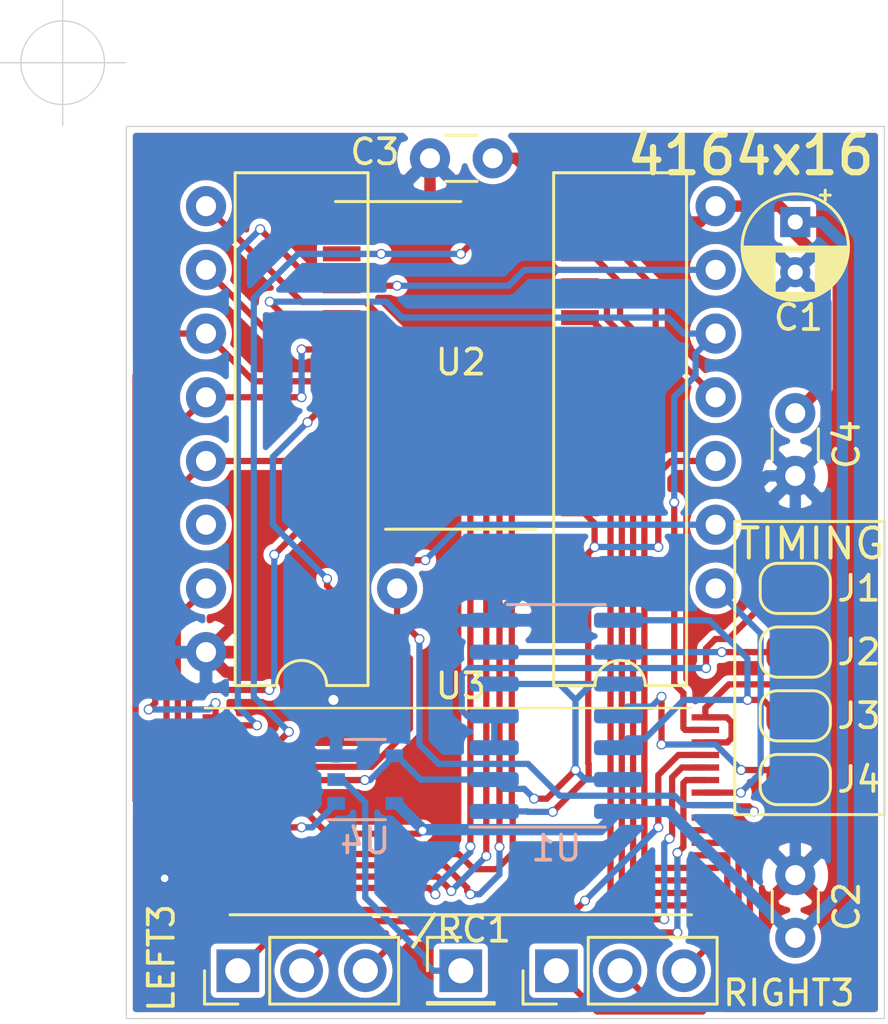
<source format=kicad_pcb>
(kicad_pcb (version 20171130) (host pcbnew "(5.1.5)-3")
  (layers (0 F.Cu signal) (31 B.Cu signal) (34 B.Paste user) (35 F.Paste user) (36 B.SilkS user) (37 F.SilkS user) (38 B.Mask user) (39 F.Mask user) (44 Edge.Cuts user))
  (net 0 "")
  (net 1 +5V)
  (net 2 GND)
  (net 3 "Net-(J1-Pad1)")
  (net 4 "Net-(J1-Pad2)")
  (net 5 "Net-(J2-Pad1)")
  (net 6 "Net-(J3-Pad1)")
  (net 7 "Net-(J4-Pad1)")
  (net 8 "Net-(U1-Pad1)")
  (net 9 "Net-(U1-Pad10)")
  (net 10 /MA4)
  (net 11 /MA3)
  (net 12 /MA2)
  (net 13 /MA1)
  (net 14 /MA0)
  (net 15 /MA5)
  (net 16 /MA6)
  (net 17 /MA7)
  (net 18 /A7)
  (net 19 /A6)
  (net 20 /A5)
  (net 21 /A4)
  (net 22 /A3)
  (net 23 /A2)
  (net 24 /A1)
  (net 25 /A0)
  (net 26 "Net-(U3-Pad5)")
  (net 27 "Net-(U3-Pad10)")
  (net 28 /D0)
  (net 29 /D1)
  (net 30 /D2)
  (net 31 /D3)
  (net 32 /D4)
  (net 33 /D5)
  (net 34 /D6)
  (net 35 /D7)
  (net 36 "Net-(U4-Pad2)")
  (module CPU2:DIP-16_W7.62mm-DRAM4164R (layer F.Cu) (at 81.28 91.44)
    (fp_text reference U50 hide)
    (fp_text value DRAM-4164 hide)
    (pad 8 thru_hole oval (at 2.53988 -7.61884 180) (size 1.6 1.6) (drill 0.8) (layers *.Cu *.Mask) (net 1 +5V))
    (pad 7 thru_hole oval (at 2.53988 -5.07884 180) (size 1.6 1.6) (drill 0.8) (layers *.Cu *.Mask) (net 13 /MA1))
    (pad 6 thru_hole oval (at 2.53988 -2.53884 180) (size 1.6 1.6) (drill 0.8) (layers *.Cu *.Mask) (net 12 /MA2))
    (pad 5 thru_hole oval (at 2.53988 0.00116 180) (size 1.6 1.6) (drill 0.8) (layers *.Cu *.Mask) (net 14 /MA0))
    (pad 4 thru_hole oval (at 2.53988 2.54116 180) (size 1.6 1.6) (drill 0.8) (layers *.Cu *.Mask) (net 8 "Net-(U1-Pad1)"))
    (pad 3 thru_hole oval (at 2.53988 5.08116 180) (size 1.6 1.6) (drill 0.8) (layers *.Cu *.Mask) (net 26 "Net-(U3-Pad5)"))
    (pad 2 thru_hole oval (at 2.53988 7.62116 180) (size 1.6 1.6) (drill 0.8) (layers *.Cu *.Mask) (net 32 /D4))
  )
  (module Capacitor_THT:C_Disc_D3.0mm_W1.6mm_P2.50mm (layer F.Cu) (at 86.995 110.49 270)
    (fp_text reference C2 (at 1.25 -2.05 90) (layer F.SilkS))
    (fp_text value 0.1uF)
    (pad 1 thru_hole circle (at 0 0 270) (size 1.6 1.6) (drill 0.8) (layers *.Cu *.Mask) (net 2 GND))
    (pad 2 thru_hole circle (at 2.5 0 270) (size 1.6 1.6) (drill 0.8) (layers *.Cu *.Mask) (net 1 +5V))
  )
  (module Capacitor_THT:C_Disc_D3.0mm_W1.6mm_P2.50mm (layer F.Cu) (at 74.93 81.915 180)
    (fp_text reference C3 (at 4.699 0.254) (layer F.SilkS))
    (fp_text value 0.1uF)
    (pad 1 thru_hole circle (at 0 0 180) (size 1.6 1.6) (drill 0.8) (layers *.Cu *.Mask) (net 1 +5V))
    (pad 2 thru_hole circle (at 2.5 0 180) (size 1.6 1.6) (drill 0.8) (layers *.Cu *.Mask) (net 2 GND))
  )
  (module Capacitor_THT:C_Disc_D3.0mm_W1.6mm_P2.50mm (layer F.Cu) (at 86.995 92.075 270)
    (fp_text reference C4 (at 1.25 -2.05 90) (layer F.SilkS))
    (fp_text value 0.1uF)
    (pad 2 thru_hole circle (at 2.5 0 270) (size 1.6 1.6) (drill 0.8) (layers *.Cu *.Mask) (net 2 GND))
    (pad 1 thru_hole circle (at 0 0 270) (size 1.6 1.6) (drill 0.8) (layers *.Cu *.Mask) (net 1 +5V))
  )
  (module Jumper:SolderJumper-2_P1.3mm_Open_RoundedPad1.0x1.5mm (layer F.Cu) (at 86.995 99.06)
    (fp_text reference J1 (at 2.54 0) (layer F.SilkS))
    (fp_text value Jumper)
    (pad 1 smd custom (at -0.65 0) (size 1 0.5) (layers F.Cu F.Mask) (net 3 "Net-(J1-Pad1)") (options (clearance outline) (anchor rect)) (primitives (gr_circle (center 0 0.25) (end 0.5 0.25) (width 0)) (gr_circle (center 0 -0.25) (end 0.5 -0.25) (width 0)) (gr_poly (pts (xy 0 -0.75) (xy 0.5 -0.75) (xy 0.5 0.75) (xy 0 0.75)) (width 0))))
    (pad 2 smd custom (at 0.65 0) (size 1 0.5) (layers F.Cu F.Mask) (net 4 "Net-(J1-Pad2)") (options (clearance outline) (anchor rect)) (primitives (gr_circle (center 0 0.25) (end 0.5 0.25) (width 0)) (gr_circle (center 0 -0.25) (end 0.5 -0.25) (width 0)) (gr_poly (pts (xy 0 -0.75) (xy -0.5 -0.75) (xy -0.5 0.75) (xy 0 0.75)) (width 0))))
  )
  (module Jumper:SolderJumper-2_P1.3mm_Open_RoundedPad1.0x1.5mm (layer F.Cu) (at 86.995 101.6)
    (fp_text reference J2 (at 2.54 0) (layer F.SilkS))
    (fp_text value Jumper)
    (pad 2 smd custom (at 0.65 0) (size 1 0.5) (layers F.Cu F.Mask) (net 4 "Net-(J1-Pad2)") (options (clearance outline) (anchor rect)) (primitives (gr_circle (center 0 0.25) (end 0.5 0.25) (width 0)) (gr_circle (center 0 -0.25) (end 0.5 -0.25) (width 0)) (gr_poly (pts (xy 0 -0.75) (xy -0.5 -0.75) (xy -0.5 0.75) (xy 0 0.75)) (width 0))))
    (pad 1 smd custom (at -0.65 0) (size 1 0.5) (layers F.Cu F.Mask) (net 5 "Net-(J2-Pad1)") (options (clearance outline) (anchor rect)) (primitives (gr_circle (center 0 0.25) (end 0.5 0.25) (width 0)) (gr_circle (center 0 -0.25) (end 0.5 -0.25) (width 0)) (gr_poly (pts (xy 0 -0.75) (xy 0.5 -0.75) (xy 0.5 0.75) (xy 0 0.75)) (width 0))))
  )
  (module Jumper:SolderJumper-2_P1.3mm_Open_RoundedPad1.0x1.5mm (layer F.Cu) (at 86.995 104.14)
    (fp_text reference J3 (at 2.54 0) (layer F.SilkS))
    (fp_text value Jumper)
    (pad 1 smd custom (at -0.65 0) (size 1 0.5) (layers F.Cu F.Mask) (net 6 "Net-(J3-Pad1)") (options (clearance outline) (anchor rect)) (primitives (gr_circle (center 0 0.25) (end 0.5 0.25) (width 0)) (gr_circle (center 0 -0.25) (end 0.5 -0.25) (width 0)) (gr_poly (pts (xy 0 -0.75) (xy 0.5 -0.75) (xy 0.5 0.75) (xy 0 0.75)) (width 0))))
    (pad 2 smd custom (at 0.65 0) (size 1 0.5) (layers F.Cu F.Mask) (net 4 "Net-(J1-Pad2)") (options (clearance outline) (anchor rect)) (primitives (gr_circle (center 0 0.25) (end 0.5 0.25) (width 0)) (gr_circle (center 0 -0.25) (end 0.5 -0.25) (width 0)) (gr_poly (pts (xy 0 -0.75) (xy -0.5 -0.75) (xy -0.5 0.75) (xy 0 0.75)) (width 0))))
  )
  (module Jumper:SolderJumper-2_P1.3mm_Open_RoundedPad1.0x1.5mm (layer F.Cu) (at 86.995 106.68)
    (fp_text reference J4 (at 2.54 0) (layer F.SilkS))
    (fp_text value Jumper)
    (pad 2 smd custom (at 0.65 0) (size 1 0.5) (layers F.Cu F.Mask) (net 4 "Net-(J1-Pad2)") (options (clearance outline) (anchor rect)) (primitives (gr_circle (center 0 0.25) (end 0.5 0.25) (width 0)) (gr_circle (center 0 -0.25) (end 0.5 -0.25) (width 0)) (gr_poly (pts (xy 0 -0.75) (xy -0.5 -0.75) (xy -0.5 0.75) (xy 0 0.75)) (width 0))))
    (pad 1 smd custom (at -0.65 0) (size 1 0.5) (layers F.Cu F.Mask) (net 7 "Net-(J4-Pad1)") (options (clearance outline) (anchor rect)) (primitives (gr_circle (center 0 0.25) (end 0.5 0.25) (width 0)) (gr_circle (center 0 -0.25) (end 0.5 -0.25) (width 0)) (gr_poly (pts (xy 0 -0.75) (xy 0.5 -0.75) (xy 0.5 0.75) (xy 0 0.75)) (width 0))))
  )
  (module Package_SO:SOIC-14_3.9x8.7mm_P1.27mm (layer B.Cu) (at 77.47 104.14)
    (fp_text reference U1 (at 0 5.28) (layer B.SilkS) (effects (justify mirror)))
    (fp_text value 74AHCT32)
    (pad 1 smd roundrect (at -2.475 3.81) (size 1.95 0.6) (layers B.Cu B.Paste B.Mask) (net 8 "Net-(U1-Pad1)"))
    (pad 2 smd roundrect (at -2.475 2.54) (size 1.95 0.6) (layers B.Cu B.Paste B.Mask) (net 9 "Net-(U1-Pad10)"))
    (pad 3 smd roundrect (at -2.475 1.27) (size 1.95 0.6) (layers B.Cu B.Paste B.Mask) (net 3 "Net-(J1-Pad1)"))
    (pad 4 smd roundrect (at -2.475 0) (size 1.95 0.6) (layers B.Cu B.Paste B.Mask) (net 3 "Net-(J1-Pad1)"))
    (pad 5 smd roundrect (at -2.475 -1.27) (size 1.95 0.6) (layers B.Cu B.Paste B.Mask) (net 9 "Net-(U1-Pad10)"))
    (pad 6 smd roundrect (at -2.475 -2.54) (size 1.95 0.6) (layers B.Cu B.Paste B.Mask) (net 5 "Net-(J2-Pad1)"))
    (pad 7 smd roundrect (at -2.475 -3.81) (size 1.95 0.6) (layers B.Cu B.Paste B.Mask) (net 2 GND))
    (pad 8 smd roundrect (at 2.475 -3.81) (size 1.95 0.6) (layers B.Cu B.Paste B.Mask) (net 6 "Net-(J3-Pad1)"))
    (pad 9 smd roundrect (at 2.475 -2.54) (size 1.95 0.6) (layers B.Cu B.Paste B.Mask) (net 5 "Net-(J2-Pad1)"))
    (pad 10 smd roundrect (at 2.475 -1.27) (size 1.95 0.6) (layers B.Cu B.Paste B.Mask) (net 9 "Net-(U1-Pad10)"))
    (pad 11 smd roundrect (at 2.475 0) (size 1.95 0.6) (layers B.Cu B.Paste B.Mask) (net 7 "Net-(J4-Pad1)"))
    (pad 12 smd roundrect (at 2.475 1.27) (size 1.95 0.6) (layers B.Cu B.Paste B.Mask) (net 6 "Net-(J3-Pad1)"))
    (pad 13 smd roundrect (at 2.475 2.54) (size 1.95 0.6) (layers B.Cu B.Paste B.Mask) (net 9 "Net-(U1-Pad10)"))
    (pad 14 smd roundrect (at 2.475 3.81) (size 1.95 0.6) (layers B.Cu B.Paste B.Mask) (net 1 +5V))
  )
  (module Package_SO:SO-20_12.8x7.5mm_P1.27mm (layer F.Cu) (at 73.66 90.17)
    (fp_text reference U2 (at 0 -0.127) (layer F.SilkS))
    (fp_text value 74AHCT573)
    (pad 6 smd rect (at -4.75 0.635) (size 1.5 0.6) (layers F.Cu F.Paste F.Mask) (net 10 /MA4))
    (pad 5 smd rect (at -4.75 -0.635) (size 1.5 0.6) (layers F.Cu F.Paste F.Mask) (net 11 /MA3))
    (pad 4 smd rect (at -4.75 -1.905) (size 1.5 0.6) (layers F.Cu F.Paste F.Mask) (net 12 /MA2))
    (pad 3 smd rect (at -4.75 -3.175) (size 1.5 0.6) (layers F.Cu F.Paste F.Mask) (net 13 /MA1))
    (pad 2 smd rect (at -4.75 -4.445) (size 1.5 0.6) (layers F.Cu F.Paste F.Mask) (net 14 /MA0))
    (pad 1 smd rect (at -4.75 -5.715) (size 1.5 0.6) (layers F.Cu F.Paste F.Mask) (net 2 GND))
    (pad 7 smd rect (at -4.75 1.905) (size 1.5 0.6) (layers F.Cu F.Paste F.Mask) (net 15 /MA5))
    (pad 8 smd rect (at -4.75 3.175) (size 1.5 0.6) (layers F.Cu F.Paste F.Mask) (net 16 /MA6))
    (pad 9 smd rect (at -4.75 4.445) (size 1.5 0.6) (layers F.Cu F.Paste F.Mask) (net 17 /MA7))
    (pad 10 smd rect (at -4.75 5.715) (size 1.5 0.6) (layers F.Cu F.Paste F.Mask) (net 2 GND))
    (pad 11 smd rect (at 4.75 5.715) (size 1.5 0.6) (layers F.Cu F.Paste F.Mask) (net 8 "Net-(U1-Pad1)"))
    (pad 12 smd rect (at 4.75 4.445) (size 1.5 0.6) (layers F.Cu F.Paste F.Mask) (net 18 /A7))
    (pad 13 smd rect (at 4.75 3.175) (size 1.5 0.6) (layers F.Cu F.Paste F.Mask) (net 19 /A6))
    (pad 14 smd rect (at 4.75 1.905) (size 1.5 0.6) (layers F.Cu F.Paste F.Mask) (net 20 /A5))
    (pad 15 smd rect (at 4.75 0.635) (size 1.5 0.6) (layers F.Cu F.Paste F.Mask) (net 21 /A4))
    (pad 16 smd rect (at 4.75 -0.635) (size 1.5 0.6) (layers F.Cu F.Paste F.Mask) (net 22 /A3))
    (pad 17 smd rect (at 4.75 -1.905) (size 1.5 0.6) (layers F.Cu F.Paste F.Mask) (net 23 /A2))
    (pad 18 smd rect (at 4.75 -3.175) (size 1.5 0.6) (layers F.Cu F.Paste F.Mask) (net 24 /A1))
    (pad 19 smd rect (at 4.75 -4.445) (size 1.5 0.6) (layers F.Cu F.Paste F.Mask) (net 25 /A0))
    (pad 20 smd rect (at 4.75 -5.715) (size 1.5 0.6) (layers F.Cu F.Paste F.Mask) (net 1 +5V))
  )
  (module Package_SO:TSOP-I-32_18.4x8mm_P0.5mm (layer F.Cu) (at 73.66 107.95)
    (fp_text reference U3 (at 0 -5) (layer F.SilkS))
    (fp_text value IS61C1024AL-32TSOP)
    (pad 1 smd rect (at -9.75 -3.75) (size 1.1 0.25) (layers F.Cu F.Paste F.Mask) (net 11 /MA3))
    (pad 17 smd rect (at 9.75 3.75) (size 1.1 0.25) (layers F.Cu F.Paste F.Mask) (net 22 /A3))
    (pad 2 smd rect (at -9.75 -3.25) (size 1.1 0.25) (layers F.Cu F.Paste F.Mask) (net 13 /MA1))
    (pad 3 smd rect (at -9.75 -2.75) (size 1.1 0.25) (layers F.Cu F.Paste F.Mask) (net 14 /MA0))
    (pad 4 smd rect (at -9.75 -2.25) (size 1.1 0.25) (layers F.Cu F.Paste F.Mask) (net 15 /MA5))
    (pad 5 smd rect (at -9.75 -1.75) (size 1.1 0.25) (layers F.Cu F.Paste F.Mask) (net 26 "Net-(U3-Pad5)"))
    (pad 6 smd rect (at -9.75 -1.25) (size 1.1 0.25) (layers F.Cu F.Paste F.Mask) (net 9 "Net-(U1-Pad10)"))
    (pad 7 smd rect (at -9.75 -0.75) (size 1.1 0.25) (layers F.Cu F.Paste F.Mask) (net 17 /MA7))
    (pad 8 smd rect (at -9.75 -0.25) (size 1.1 0.25) (layers F.Cu F.Paste F.Mask) (net 1 +5V))
    (pad 9 smd rect (at -9.75 0.25) (size 1.1 0.25) (layers F.Cu F.Paste F.Mask))
    (pad 10 smd rect (at -9.75 0.75) (size 1.1 0.25) (layers F.Cu F.Paste F.Mask) (net 27 "Net-(U3-Pad10)"))
    (pad 11 smd rect (at -9.75 1.25) (size 1.1 0.25) (layers F.Cu F.Paste F.Mask) (net 16 /MA6))
    (pad 12 smd rect (at -9.75 1.75) (size 1.1 0.25) (layers F.Cu F.Paste F.Mask) (net 10 /MA4))
    (pad 13 smd rect (at -9.75 2.25) (size 1.1 0.25) (layers F.Cu F.Paste F.Mask) (net 18 /A7))
    (pad 14 smd rect (at -9.75 2.75) (size 1.1 0.25) (layers F.Cu F.Paste F.Mask) (net 19 /A6))
    (pad 15 smd rect (at -9.75 3.25) (size 1.1 0.25) (layers F.Cu F.Paste F.Mask) (net 20 /A5))
    (pad 16 smd rect (at -9.75 3.75) (size 1.1 0.25) (layers F.Cu F.Paste F.Mask) (net 21 /A4))
    (pad 18 smd rect (at 9.75 3.25) (size 1.1 0.25) (layers F.Cu F.Paste F.Mask) (net 23 /A2))
    (pad 19 smd rect (at 9.75 2.75) (size 1.1 0.25) (layers F.Cu F.Paste F.Mask) (net 24 /A1))
    (pad 20 smd rect (at 9.75 2.25) (size 1.1 0.25) (layers F.Cu F.Paste F.Mask) (net 25 /A0))
    (pad 21 smd rect (at 9.75 1.75) (size 1.1 0.25) (layers F.Cu F.Paste F.Mask) (net 28 /D0))
    (pad 22 smd rect (at 9.75 1.25) (size 1.1 0.25) (layers F.Cu F.Paste F.Mask) (net 29 /D1))
    (pad 23 smd rect (at 9.75 0.75) (size 1.1 0.25) (layers F.Cu F.Paste F.Mask) (net 30 /D2))
    (pad 24 smd rect (at 9.75 0.25) (size 1.1 0.25) (layers F.Cu F.Paste F.Mask) (net 2 GND))
    (pad 25 smd rect (at 9.75 -0.25) (size 1.1 0.25) (layers F.Cu F.Paste F.Mask) (net 31 /D3))
    (pad 26 smd rect (at 9.75 -0.75) (size 1.1 0.25) (layers F.Cu F.Paste F.Mask) (net 32 /D4))
    (pad 27 smd rect (at 9.75 -1.25) (size 1.1 0.25) (layers F.Cu F.Paste F.Mask) (net 33 /D5))
    (pad 28 smd rect (at 9.75 -1.75) (size 1.1 0.25) (layers F.Cu F.Paste F.Mask) (net 34 /D6))
    (pad 29 smd rect (at 9.75 -2.25) (size 1.1 0.25) (layers F.Cu F.Paste F.Mask) (net 35 /D7))
    (pad 30 smd rect (at 9.75 -2.75) (size 1.1 0.25) (layers F.Cu F.Paste F.Mask) (net 4 "Net-(J1-Pad2)"))
    (pad 31 smd rect (at 9.75 -3.25) (size 1.1 0.25) (layers F.Cu F.Paste F.Mask) (net 12 /MA2))
    (pad 32 smd rect (at 9.75 -3.75) (size 1.1 0.25) (layers F.Cu F.Paste F.Mask) (net 4 "Net-(J1-Pad2)"))
  )
  (module Package_SO:TSOP-5_1.65x3.05mm_P0.95mm (layer B.Cu) (at 69.85 106.68)
    (fp_text reference U4 (at 0 2.45) (layer B.SilkS) (effects (justify mirror)))
    (fp_text value 74AHCT1G00)
    (pad 1 smd rect (at -1.16 0.95) (size 0.7 0.51) (layers B.Cu B.Paste B.Mask) (net 27 "Net-(U3-Pad10)"))
    (pad 2 smd rect (at -1.16 0) (size 0.7 0.51) (layers B.Cu B.Paste B.Mask) (net 36 "Net-(U4-Pad2)"))
    (pad 3 smd rect (at -1.16 -0.95) (size 0.7 0.51) (layers B.Cu B.Paste B.Mask) (net 2 GND))
    (pad 4 smd rect (at 1.16 -0.95) (size 0.7 0.51) (layers B.Cu B.Paste B.Mask) (net 9 "Net-(U1-Pad10)"))
    (pad 5 smd rect (at 1.16 0.95) (size 0.7 0.51) (layers B.Cu B.Paste B.Mask) (net 1 +5V))
  )
  (module Connector_PinHeader_2.54mm:PinHeader_1x03_P2.54mm_Vertical (layer F.Cu) (at 77.47 114.3 90)
    (fp_text reference RIGHT3 (at -0.889 9.271 180) (layer F.SilkS))
    (fp_text value x03)
    (pad 1 thru_hole rect (at 0 0 90) (size 1.7 1.7) (drill 1) (layers *.Cu *.Mask) (net 30 /D2))
    (pad 2 thru_hole oval (at 0 2.54 90) (size 1.7 1.7) (drill 1) (layers *.Cu *.Mask) (net 29 /D1))
    (pad 3 thru_hole oval (at 0 5.08 90) (size 1.7 1.7) (drill 1) (layers *.Cu *.Mask) (net 28 /D0))
  )
  (module Connector_PinHeader_2.54mm:PinHeader_1x03_P2.54mm_Vertical (layer F.Cu) (at 64.77 114.3 90)
    (fp_text reference LEFT3 (at 0.508 -3.048 90) (layer F.SilkS))
    (fp_text value x03)
    (pad 3 thru_hole oval (at 0 5.08 90) (size 1.7 1.7) (drill 1) (layers *.Cu *.Mask) (net 33 /D5))
    (pad 2 thru_hole oval (at 0 2.54 90) (size 1.7 1.7) (drill 1) (layers *.Cu *.Mask) (net 34 /D6))
    (pad 1 thru_hole rect (at 0 0 90) (size 1.7 1.7) (drill 1) (layers *.Cu *.Mask) (net 35 /D7))
  )
  (module Connector_PinHeader_2.54mm:PinHeader_1x01_P2.54mm_Vertical (layer F.Cu) (at 73.66 114.3)
    (fp_text reference /RC1 (at 0 -1.651) (layer F.SilkS))
    (fp_text value /CASRAM1)
    (pad 1 thru_hole rect (at 0 0) (size 1.7 1.7) (drill 1) (layers *.Cu *.Mask) (net 36 "Net-(U4-Pad2)"))
  )
  (module CPU2:DIP-16_W7.62mm-DRAM4164L (layer F.Cu) (at 68.58 91.44)
    (fp_text reference U49 hide)
    (fp_text value DRAM-4164 hide)
    (pad 9 thru_hole oval (at -5.08012 -7.61884 180) (size 1.6 1.6) (drill 0.8) (layers *.Cu *.Mask) (net 17 /MA7))
    (pad 2 thru_hole oval (at 2.53988 7.62116 180) (size 1.6 1.6) (drill 0.8) (layers *.Cu *.Mask) (net 31 /D3))
    (pad 10 thru_hole oval (at -5.08012 -5.07884 180) (size 1.6 1.6) (drill 0.8) (layers *.Cu *.Mask) (net 15 /MA5))
    (pad 11 thru_hole oval (at -5.08012 -2.53884 180) (size 1.6 1.6) (drill 0.8) (layers *.Cu *.Mask) (net 10 /MA4))
    (pad 12 thru_hole oval (at -5.08012 0.00116 180) (size 1.6 1.6) (drill 0.8) (layers *.Cu *.Mask) (net 11 /MA3))
    (pad 13 thru_hole oval (at -5.08012 2.54116 180) (size 1.6 1.6) (drill 0.8) (layers *.Cu *.Mask) (net 16 /MA6))
    (pad 14 thru_hole oval (at -5.08012 5.08116 180) (size 1.6 1.6) (drill 0.8) (layers *.Cu *.Mask))
    (pad 15 thru_hole oval (at -5.08012 7.62116 180) (size 1.6 1.6) (drill 0.8) (layers *.Cu *.Mask) (net 27 "Net-(U3-Pad10)"))
    (pad 16 thru_hole oval (at -5.08012 10.16116 180) (size 1.6 1.6) (drill 0.8) (layers *.Cu *.Mask) (net 2 GND))
  )
  (module Capacitor_THT:CP_Radial_D4.0mm_P2.00mm (layer F.Cu) (at 86.995 84.455 270)
    (fp_text reference C1 (at 3.81 -0.127 180) (layer F.SilkS))
    (fp_text value 10uF)
    (pad 1 thru_hole rect (at 0 0 270) (size 1.2 1.2) (drill 0.6) (layers *.Cu *.Mask) (net 1 +5V))
    (pad 2 thru_hole circle (at 2 0 270) (size 1.2 1.2) (drill 0.6) (layers *.Cu *.Mask) (net 2 GND))
  )
  (target plus (at 57.785 78.105) (size 5) (width 0.05) (layer Edge.Cuts))
  (gr_line (start 90.551 108.077) (end 90.551 96.393) (layer F.SilkS) (width 0.12))
  (gr_line (start 84.582 108.077) (end 90.551 108.077) (layer F.SilkS) (width 0.12))
  (gr_line (start 84.582 96.393) (end 84.582 108.077) (layer F.SilkS) (width 0.12))
  (gr_line (start 90.551 96.393) (end 84.582 96.393) (layer F.SilkS) (width 0.12))
  (gr_text TIMING (at 87.63 97.282) (layer F.SilkS) (effects (font (size 1.2 1.2) (thickness 0.16))))
  (gr_text 4164x16 (at 85.217 81.788) (layer F.SilkS) (effects (font (size 1.5 1.5) (thickness 0.25))))
  (gr_line (start 60.325 116.205) (end 60.325 80.645) (layer Edge.Cuts) (width 0.05))
  (gr_line (start 90.551 116.205) (end 60.325 116.205) (layer Edge.Cuts) (width 0.05))
  (gr_line (start 90.551 80.645) (end 90.551 116.205) (layer Edge.Cuts) (width 0.05))
  (gr_line (start 60.325 80.645) (end 90.551 80.645) (layer Edge.Cuts) (width 0.05))
  (segment (start 83.18604 84.455) (end 83.81988 83.82116) (width 0.454) (layer F.Cu) (net 1))
  (segment (start 78.41 84.455) (end 83.18604 84.455) (width 0.454) (layer F.Cu) (net 1))
  (segment (start 86.36116 83.82116) (end 86.995 84.455) (width 0.454) (layer F.Cu) (net 1))
  (segment (start 83.81988 83.82116) (end 86.36116 83.82116) (width 0.454) (layer F.Cu) (net 1))
  (segment (start 75.87 81.915) (end 78.41 84.455) (width 0.454) (layer F.Cu) (net 1))
  (segment (start 74.93 81.915) (end 75.87 81.915) (width 0.454) (layer F.Cu) (net 1))
  (segment (start 87.794999 91.275001) (end 86.995 92.075) (width 0.454) (layer F.Cu) (net 1))
  (segment (start 88.022001 91.047999) (end 87.794999 91.275001) (width 0.454) (layer F.Cu) (net 1))
  (segment (start 88.022001 85.962039) (end 88.022001 91.047999) (width 0.454) (layer F.Cu) (net 1))
  (segment (start 86.995 84.935038) (end 88.022001 85.962039) (width 0.454) (layer F.Cu) (net 1))
  (segment (start 86.995 84.455) (end 86.995 84.935038) (width 0.454) (layer F.Cu) (net 1))
  (segment (start 81.955 107.95) (end 86.995 112.99) (width 0.454) (layer B.Cu) (net 1))
  (segment (start 79.945 107.95) (end 81.955 107.95) (width 0.454) (layer B.Cu) (net 1))
  (segment (start 79.21799 108.67701) (end 79.945 107.95) (width 0.454) (layer B.Cu) (net 1))
  (segment (start 72.15201 108.67701) (end 79.21799 108.67701) (width 0.454) (layer B.Cu) (net 1))
  (segment (start 71.01 107.63) (end 71.105 107.63) (width 0.454) (layer B.Cu) (net 1))
  (segment (start 71.105 107.63) (end 72.15201 108.67701) (width 0.454) (layer B.Cu) (net 1))
  (segment (start 88.049 84.455) (end 86.995 84.455) (width 0.454) (layer B.Cu) (net 1))
  (segment (start 88.876011 85.282011) (end 88.049 84.455) (width 0.454) (layer B.Cu) (net 1))
  (segment (start 88.876011 111.108989) (end 88.876011 85.282011) (width 0.454) (layer B.Cu) (net 1))
  (segment (start 86.995 112.99) (end 88.876011 111.108989) (width 0.454) (layer B.Cu) (net 1))
  (segment (start 67.202002 107.7) (end 68.341002 108.839) (width 0.25) (layer F.Cu) (net 1))
  (segment (start 63.91 107.7) (end 67.202002 107.7) (width 0.25) (layer F.Cu) (net 1))
  (segment (start 68.341002 108.839) (end 72.009 108.839) (width 0.25) (layer F.Cu) (net 1))
  (segment (start 72.009 108.839) (end 72.136 108.712) (width 0.25) (layer F.Cu) (net 1))
  (segment (start 72.136 108.712) (end 72.136 108.712) (width 0.25) (layer F.Cu) (net 1))
  (via (at 72.136 108.712) (size 0.4) (drill 0.3) (layers F.Cu B.Cu) (net 1))
  (segment (start 68.91 96.19104) (end 68.91 95.885) (width 0.454) (layer F.Cu) (net 2))
  (segment (start 63.49988 101.60116) (end 68.91 96.19104) (width 0.454) (layer F.Cu) (net 2))
  (segment (start 71.630001 82.714999) (end 72.43 81.915) (width 0.454) (layer F.Cu) (net 2))
  (segment (start 69.89 84.455) (end 71.630001 82.714999) (width 0.454) (layer F.Cu) (net 2))
  (segment (start 68.91 84.455) (end 69.89 84.455) (width 0.454) (layer F.Cu) (net 2))
  (segment (start 72.43 83.04637) (end 72.43 81.915) (width 0.454) (layer F.Cu) (net 2))
  (segment (start 72.43 92.815) (end 72.43 83.04637) (width 0.454) (layer F.Cu) (net 2))
  (segment (start 69.36 95.885) (end 72.43 92.815) (width 0.454) (layer F.Cu) (net 2))
  (segment (start 68.91 95.885) (end 69.36 95.885) (width 0.454) (layer F.Cu) (net 2))
  (segment (start 69.89 84.455) (end 70.485 84.455) (width 0.454) (layer F.Cu) (net 2))
  (segment (start 70.485 84.455) (end 72.39 86.36) (width 0.454) (layer F.Cu) (net 2))
  (segment (start 64.299879 102.401159) (end 67.476159 102.401159) (width 0.454) (layer F.Cu) (net 2))
  (segment (start 63.49988 101.60116) (end 64.299879 102.401159) (width 0.454) (layer F.Cu) (net 2))
  (segment (start 67.476159 102.401159) (end 68.58 103.505) (width 0.454) (layer F.Cu) (net 2))
  (segment (start 68.58 103.505) (end 68.58 103.505) (width 0.454) (layer F.Cu) (net 2))
  (via (at 68.58 103.505) (size 0.8) (drill 0.4) (layers F.Cu B.Cu) (net 2))
  (segment (start 68.69 103.615) (end 68.58 103.505) (width 0.454) (layer B.Cu) (net 2))
  (segment (start 68.69 105.73) (end 68.69 103.615) (width 0.454) (layer B.Cu) (net 2))
  (segment (start 71.755 100.33) (end 74.995 100.33) (width 0.454) (layer B.Cu) (net 2))
  (segment (start 68.58 103.505) (end 71.755 100.33) (width 0.454) (layer B.Cu) (net 2))
  (segment (start 85.86363 94.575) (end 86.995 94.575) (width 0.454) (layer B.Cu) (net 2))
  (segment (start 85.144471 95.294159) (end 85.86363 94.575) (width 0.454) (layer B.Cu) (net 2))
  (segment (start 87.594999 87.054999) (end 86.995 86.455) (width 0.454) (layer B.Cu) (net 2))
  (segment (start 88.222001 87.682001) (end 87.594999 87.054999) (width 0.454) (layer B.Cu) (net 2))
  (segment (start 88.222001 93.347999) (end 88.222001 87.682001) (width 0.454) (layer B.Cu) (net 2))
  (segment (start 86.995 94.575) (end 88.222001 93.347999) (width 0.454) (layer B.Cu) (net 2))
  (segment (start 86.995 110.49) (end 86.995 94.575) (width 0.454) (layer B.Cu) (net 2))
  (segment (start 84.705 108.2) (end 86.995 110.49) (width 0.25) (layer F.Cu) (net 2))
  (segment (start 83.41 108.2) (end 84.705 108.2) (width 0.25) (layer F.Cu) (net 2))
  (segment (start 85.144471 97.012531) (end 85.144471 95.294159) (width 0.454) (layer B.Cu) (net 2))
  (segment (start 84.408841 97.748161) (end 85.144471 97.012531) (width 0.454) (layer B.Cu) (net 2))
  (segment (start 83.230919 97.748161) (end 84.408841 97.748161) (width 0.454) (layer B.Cu) (net 2))
  (segment (start 82.943079 98.036001) (end 83.230919 97.748161) (width 0.454) (layer B.Cu) (net 2))
  (segment (start 77.288999 98.036001) (end 82.943079 98.036001) (width 0.454) (layer B.Cu) (net 2))
  (segment (start 74.995 100.33) (end 77.288999 98.036001) (width 0.454) (layer B.Cu) (net 2))
  (via (at 61.849 110.617) (size 0.4) (drill 0.3) (layers F.Cu B.Cu) (net 2))
  (segment (start 83.812009 101.074999) (end 83.439 101.448008) (width 0.25) (layer F.Cu) (net 3))
  (segment (start 86.345 99.06) (end 84.330001 101.074999) (width 0.25) (layer F.Cu) (net 3))
  (segment (start 84.330001 101.074999) (end 83.812009 101.074999) (width 0.25) (layer F.Cu) (net 3))
  (segment (start 83.439 101.448008) (end 83.439 102.235) (width 0.25) (layer F.Cu) (net 3))
  (segment (start 83.439 102.235) (end 83.439 102.235) (width 0.25) (layer F.Cu) (net 3))
  (via (at 83.439 102.235) (size 0.4) (drill 0.3) (layers F.Cu B.Cu) (net 3))
  (segment (start 73.92 104.14) (end 74.995 104.14) (width 0.25) (layer B.Cu) (net 3))
  (segment (start 73.69499 103.91499) (end 73.92 104.14) (width 0.25) (layer B.Cu) (net 3))
  (segment (start 73.69499 102.523242) (end 73.69499 103.91499) (width 0.25) (layer B.Cu) (net 3))
  (segment (start 73.983232 102.235) (end 73.69499 102.523242) (width 0.25) (layer B.Cu) (net 3))
  (segment (start 83.439 102.235) (end 73.983232 102.235) (width 0.25) (layer B.Cu) (net 3))
  (segment (start 74.995 105.41) (end 74.995 104.14) (width 0.25) (layer B.Cu) (net 3))
  (segment (start 87.645 99.06) (end 87.645 101.6) (width 0.25) (layer F.Cu) (net 4))
  (segment (start 87.645 104.14) (end 87.645 106.68) (width 0.25) (layer F.Cu) (net 4))
  (segment (start 84.35 102.885) (end 87.645 102.885) (width 0.25) (layer F.Cu) (net 4))
  (segment (start 83.41 103.825) (end 84.35 102.885) (width 0.25) (layer F.Cu) (net 4))
  (segment (start 83.41 104.2) (end 83.41 103.825) (width 0.25) (layer F.Cu) (net 4))
  (segment (start 87.645 101.6) (end 87.645 102.885) (width 0.25) (layer F.Cu) (net 4))
  (segment (start 87.645 102.885) (end 87.645 104.14) (width 0.25) (layer F.Cu) (net 4))
  (segment (start 84.261 104.2) (end 83.41 104.2) (width 0.25) (layer F.Cu) (net 4))
  (segment (start 84.455 104.394) (end 84.261 104.2) (width 0.25) (layer F.Cu) (net 4))
  (segment (start 84.455 105.029) (end 84.455 104.394) (width 0.25) (layer F.Cu) (net 4))
  (segment (start 83.41 105.2) (end 84.284 105.2) (width 0.25) (layer F.Cu) (net 4))
  (segment (start 84.284 105.2) (end 84.455 105.029) (width 0.25) (layer F.Cu) (net 4))
  (via (at 84.06401 101.6) (size 0.4) (drill 0.3) (layers F.Cu B.Cu) (net 5))
  (segment (start 84.06401 101.6) (end 85.09 101.6) (width 0.25) (layer F.Cu) (net 5))
  (segment (start 84.709 101.6) (end 85.09 101.6) (width 0.25) (layer F.Cu) (net 5))
  (segment (start 85.09 101.6) (end 86.345 101.6) (width 0.25) (layer F.Cu) (net 5))
  (segment (start 79.945 101.6) (end 84.06401 101.6) (width 0.25) (layer B.Cu) (net 5))
  (segment (start 74.995 101.6) (end 79.945 101.6) (width 0.25) (layer B.Cu) (net 5))
  (segment (start 80.31571 105.03929) (end 81.01571 105.03929) (width 0.25) (layer B.Cu) (net 6))
  (segment (start 79.945 105.41) (end 80.31571 105.03929) (width 0.25) (layer B.Cu) (net 6))
  (segment (start 81.01571 105.03929) (end 82.55 103.505) (width 0.25) (layer B.Cu) (net 6))
  (segment (start 82.55 103.505) (end 85.09 103.505) (width 0.25) (layer B.Cu) (net 6))
  (segment (start 85.09 103.505) (end 85.09 103.505) (width 0.25) (layer B.Cu) (net 6))
  (via (at 85.09 103.505) (size 0.4) (drill 0.3) (layers F.Cu B.Cu) (net 6))
  (segment (start 85.71 103.505) (end 86.345 104.14) (width 0.25) (layer F.Cu) (net 6))
  (segment (start 85.09 103.505) (end 85.71 103.505) (width 0.25) (layer F.Cu) (net 6))
  (segment (start 85.09 103.222158) (end 85.09 103.505) (width 0.25) (layer B.Cu) (net 6))
  (segment (start 85.09 101.848988) (end 85.09 103.222158) (width 0.25) (layer B.Cu) (net 6))
  (segment (start 83.571012 100.33) (end 85.09 101.848988) (width 0.25) (layer B.Cu) (net 6))
  (segment (start 79.945 100.33) (end 83.571012 100.33) (width 0.25) (layer B.Cu) (net 6))
  (segment (start 80.31571 103.76929) (end 81.26971 103.76929) (width 0.25) (layer B.Cu) (net 7))
  (segment (start 79.945 104.14) (end 80.31571 103.76929) (width 0.25) (layer B.Cu) (net 7))
  (segment (start 81.26971 103.76929) (end 81.661 103.378) (width 0.25) (layer B.Cu) (net 7))
  (segment (start 81.661 103.378) (end 81.661 103.378) (width 0.25) (layer B.Cu) (net 7))
  (via (at 81.661 103.378) (size 0.4) (drill 0.3) (layers F.Cu B.Cu) (net 7))
  (segment (start 81.661 103.378) (end 81.661 103.660842) (width 0.25) (layer F.Cu) (net 7))
  (segment (start 81.661 103.660842) (end 81.661 105.283) (width 0.25) (layer F.Cu) (net 7))
  (segment (start 81.661 105.283) (end 81.661 105.283) (width 0.25) (layer F.Cu) (net 7))
  (via (at 81.661 105.283) (size 0.4) (drill 0.3) (layers F.Cu B.Cu) (net 7))
  (segment (start 81.661 105.283) (end 83.82 105.283) (width 0.25) (layer B.Cu) (net 7))
  (segment (start 83.82 105.283) (end 84.836 106.299) (width 0.25) (layer B.Cu) (net 7))
  (segment (start 84.836 106.299) (end 84.836 106.299) (width 0.25) (layer B.Cu) (net 7))
  (via (at 84.836 106.299) (size 0.4) (drill 0.3) (layers F.Cu B.Cu) (net 7))
  (segment (start 85.964 106.299) (end 86.345 106.68) (width 0.25) (layer F.Cu) (net 7))
  (segment (start 84.836 106.299) (end 85.964 106.299) (width 0.25) (layer F.Cu) (net 7))
  (segment (start 76.328999 107.967001) (end 77.325999 107.967001) (width 0.25) (layer B.Cu) (net 8))
  (segment (start 74.995 107.95) (end 76.311998 107.95) (width 0.25) (layer B.Cu) (net 8))
  (segment (start 76.311998 107.95) (end 76.328999 107.967001) (width 0.25) (layer B.Cu) (net 8))
  (segment (start 77.325999 107.967001) (end 77.325999 107.967001) (width 0.25) (layer B.Cu) (net 8))
  (via (at 77.325999 107.967001) (size 0.4) (drill 0.3) (layers F.Cu B.Cu) (net 8))
  (segment (start 78.74 98.679) (end 78.74 98.679) (width 0.25) (layer F.Cu) (net 8))
  (segment (start 78.994 97.409) (end 78.994 97.409) (width 0.25) (layer B.Cu) (net 8))
  (via (at 78.994 97.409) (size 0.4) (drill 0.3) (layers F.Cu B.Cu) (net 8))
  (segment (start 78.994 96.469) (end 78.41 95.885) (width 0.25) (layer F.Cu) (net 8))
  (segment (start 78.994 97.409) (end 78.994 96.469) (width 0.25) (layer F.Cu) (net 8))
  (segment (start 78.994 97.409) (end 81.534 97.409) (width 0.25) (layer B.Cu) (net 8))
  (segment (start 81.534 97.409) (end 81.534 97.409) (width 0.25) (layer B.Cu) (net 8))
  (via (at 81.534 97.409) (size 0.4) (drill 0.3) (layers F.Cu B.Cu) (net 8))
  (segment (start 82.04084 93.98116) (end 83.81988 93.98116) (width 0.25) (layer F.Cu) (net 8))
  (segment (start 81.534 97.409) (end 81.534 94.488) (width 0.25) (layer F.Cu) (net 8))
  (segment (start 81.534 94.488) (end 82.04084 93.98116) (width 0.25) (layer F.Cu) (net 8))
  (segment (start 78.74 97.663) (end 78.994 97.409) (width 0.25) (layer F.Cu) (net 8))
  (segment (start 78.74 106.029998) (end 78.74 97.663) (width 0.25) (layer F.Cu) (net 8))
  (segment (start 78.757001 106.046999) (end 78.74 106.029998) (width 0.25) (layer F.Cu) (net 8))
  (segment (start 77.325999 107.967001) (end 78.757001 106.535999) (width 0.25) (layer F.Cu) (net 8))
  (segment (start 78.757001 106.535999) (end 78.757001 106.046999) (width 0.25) (layer F.Cu) (net 8))
  (segment (start 73.92 106.68) (end 74.995 106.68) (width 0.25) (layer B.Cu) (net 9))
  (segment (start 72.055 106.68) (end 73.92 106.68) (width 0.25) (layer B.Cu) (net 9))
  (segment (start 71.105 105.73) (end 72.055 106.68) (width 0.25) (layer B.Cu) (net 9))
  (segment (start 71.01 105.73) (end 71.105 105.73) (width 0.25) (layer B.Cu) (net 9))
  (segment (start 63.91 106.7) (end 69.83 106.7) (width 0.25) (layer F.Cu) (net 9))
  (segment (start 69.83 106.7) (end 69.83 106.7) (width 0.25) (layer F.Cu) (net 9))
  (via (at 69.83 106.7) (size 0.4) (drill 0.3) (layers F.Cu B.Cu) (net 9))
  (segment (start 70.04 106.7) (end 71.01 105.73) (width 0.25) (layer B.Cu) (net 9))
  (segment (start 69.83 106.7) (end 70.04 106.7) (width 0.25) (layer B.Cu) (net 9))
  (segment (start 74.995 102.87) (end 76.327 102.87) (width 0.25) (layer B.Cu) (net 9))
  (segment (start 78.87 102.87) (end 79.945 102.87) (width 0.25) (layer B.Cu) (net 9))
  (segment (start 78.232 103.508) (end 78.87 102.87) (width 0.25) (layer B.Cu) (net 9))
  (segment (start 78.232 106.299) (end 78.232 103.508) (width 0.25) (layer B.Cu) (net 9))
  (segment (start 78.613 106.68) (end 78.232 106.299) (width 0.25) (layer B.Cu) (net 9))
  (segment (start 79.945 106.68) (end 78.613 106.68) (width 0.25) (layer B.Cu) (net 9))
  (segment (start 78.232 103.505) (end 77.597 102.87) (width 0.25) (layer B.Cu) (net 9))
  (segment (start 78.232 103.508) (end 78.232 103.505) (width 0.25) (layer B.Cu) (net 9))
  (segment (start 76.327 102.87) (end 77.597 102.87) (width 0.25) (layer B.Cu) (net 9))
  (segment (start 77.597 102.87) (end 79.945 102.87) (width 0.25) (layer B.Cu) (net 9))
  (segment (start 75.36571 107.05071) (end 76.18971 107.05071) (width 0.25) (layer B.Cu) (net 9))
  (segment (start 74.995 106.68) (end 75.36571 107.05071) (width 0.25) (layer B.Cu) (net 9))
  (segment (start 76.18971 107.05071) (end 76.581 107.442) (width 0.25) (layer B.Cu) (net 9))
  (segment (start 76.581 107.442) (end 76.581 107.442) (width 0.25) (layer B.Cu) (net 9))
  (via (at 76.581 107.442) (size 0.4) (drill 0.3) (layers F.Cu B.Cu) (net 9))
  (segment (start 78.232 106.299) (end 78.232 106.299) (width 0.25) (layer B.Cu) (net 9))
  (via (at 78.232 106.299) (size 0.4) (drill 0.3) (layers F.Cu B.Cu) (net 9))
  (segment (start 77.089 107.442) (end 78.232 106.299) (width 0.25) (layer F.Cu) (net 9))
  (segment (start 76.581 107.442) (end 77.089 107.442) (width 0.25) (layer F.Cu) (net 9))
  (segment (start 65.40372 90.805) (end 68.91 90.805) (width 0.25) (layer F.Cu) (net 10))
  (segment (start 63.49988 88.90116) (end 65.40372 90.805) (width 0.25) (layer F.Cu) (net 10))
  (segment (start 63.11 109.7) (end 63.91 109.7) (width 0.25) (layer F.Cu) (net 10))
  (segment (start 62.877178 109.7) (end 63.11 109.7) (width 0.25) (layer F.Cu) (net 10))
  (segment (start 60.688999 107.511821) (end 62.877178 109.7) (width 0.25) (layer F.Cu) (net 10))
  (segment (start 60.688999 90.580671) (end 60.688999 107.511821) (width 0.25) (layer F.Cu) (net 10))
  (segment (start 62.36851 88.90116) (end 60.688999 90.580671) (width 0.25) (layer F.Cu) (net 10))
  (segment (start 63.49988 88.90116) (end 62.36851 88.90116) (width 0.25) (layer F.Cu) (net 10))
  (via (at 61.214 103.886) (size 0.4) (drill 0.3) (layers F.Cu B.Cu) (net 11))
  (segment (start 67.31 89.535) (end 67.31 89.535) (width 0.25) (layer B.Cu) (net 11))
  (segment (start 67.31 89.535) (end 68.91 89.535) (width 0.25) (layer F.Cu) (net 11))
  (segment (start 67.31 89.535) (end 67.31 89.535) (width 0.25) (layer B.Cu) (net 11))
  (via (at 67.31 89.535) (size 0.4) (drill 0.3) (layers F.Cu B.Cu) (net 11))
  (segment (start 61.474861 103.625139) (end 61.214 103.886) (width 0.25) (layer F.Cu) (net 11))
  (segment (start 63.49988 91.44116) (end 61.47486 93.46618) (width 0.25) (layer F.Cu) (net 11))
  (segment (start 61.47486 93.46618) (end 61.474861 103.625139) (width 0.25) (layer F.Cu) (net 11))
  (via (at 63.881 103.632) (size 0.4) (drill 0.3) (layers F.Cu B.Cu) (net 11))
  (segment (start 64.63125 91.44116) (end 64.63241 91.44) (width 0.25) (layer F.Cu) (net 11))
  (segment (start 63.49988 91.44116) (end 64.63125 91.44116) (width 0.25) (layer F.Cu) (net 11))
  (segment (start 64.63241 91.44) (end 67.31 91.44) (width 0.25) (layer F.Cu) (net 11))
  (segment (start 67.31 91.44) (end 67.31 91.44) (width 0.25) (layer F.Cu) (net 11))
  (via (at 67.31 91.44) (size 0.4) (drill 0.3) (layers F.Cu B.Cu) (net 11))
  (segment (start 67.31 89.535) (end 67.31 91.44) (width 0.25) (layer B.Cu) (net 11))
  (segment (start 63.881 104.171) (end 63.91 104.2) (width 0.25) (layer F.Cu) (net 11))
  (segment (start 63.881 103.632) (end 63.881 104.171) (width 0.25) (layer F.Cu) (net 11))
  (segment (start 63.627 103.886) (end 63.881 103.632) (width 0.25) (layer B.Cu) (net 11))
  (segment (start 61.214 103.886) (end 63.627 103.886) (width 0.25) (layer B.Cu) (net 11))
  (segment (start 68.91 88.265) (end 67.30731 88.265) (width 0.25) (layer F.Cu) (net 12))
  (segment (start 67.30731 88.265) (end 66.675 88.265) (width 0.25) (layer F.Cu) (net 12))
  (segment (start 66.675 88.265) (end 66.04 87.63) (width 0.25) (layer F.Cu) (net 12))
  (segment (start 66.04 87.63) (end 66.04 87.63) (width 0.25) (layer F.Cu) (net 12))
  (segment (start 82.55116 88.90116) (end 83.81988 88.90116) (width 0.25) (layer B.Cu) (net 12))
  (segment (start 81.915 88.265) (end 82.55116 88.90116) (width 0.25) (layer B.Cu) (net 12))
  (segment (start 71.316998 88.265) (end 81.915 88.265) (width 0.25) (layer B.Cu) (net 12))
  (segment (start 66.04 87.63) (end 66.04 87.63) (width 0.25) (layer B.Cu) (net 12))
  (segment (start 70.681998 87.63) (end 71.316998 88.265) (width 0.25) (layer B.Cu) (net 12))
  (segment (start 66.04 87.63) (end 70.681998 87.63) (width 0.25) (layer B.Cu) (net 12))
  (via (at 66.04 87.63) (size 0.4) (drill 0.3) (layers F.Cu B.Cu) (net 12))
  (segment (start 83.019881 90.576157) (end 82.169 91.427038) (width 0.25) (layer B.Cu) (net 12))
  (segment (start 83.81988 88.90116) (end 83.019881 89.701159) (width 0.25) (layer B.Cu) (net 12))
  (segment (start 83.019881 89.701159) (end 83.019881 90.576157) (width 0.25) (layer B.Cu) (net 12))
  (segment (start 82.169 91.427038) (end 82.169 95.631) (width 0.25) (layer B.Cu) (net 12))
  (segment (start 83.41 104.7) (end 82.602 104.7) (width 0.25) (layer F.Cu) (net 12))
  (segment (start 82.534999 104.632999) (end 82.534999 103.235999) (width 0.25) (layer F.Cu) (net 12))
  (segment (start 82.602 104.7) (end 82.534999 104.632999) (width 0.25) (layer F.Cu) (net 12))
  (segment (start 82.534999 103.235999) (end 82.169 102.87) (width 0.25) (layer F.Cu) (net 12))
  (segment (start 82.169 102.87) (end 82.169 95.631) (width 0.25) (layer F.Cu) (net 12))
  (segment (start 82.169 95.631) (end 82.169 95.631) (width 0.25) (layer F.Cu) (net 12))
  (via (at 82.169 95.631) (size 0.4) (drill 0.3) (layers F.Cu B.Cu) (net 12))
  (segment (start 83.81988 86.36116) (end 76.19884 86.36116) (width 0.25) (layer B.Cu) (net 13))
  (segment (start 76.19884 86.36116) (end 75.565 86.995) (width 0.25) (layer B.Cu) (net 13))
  (segment (start 75.565 86.995) (end 71.12 86.995) (width 0.25) (layer B.Cu) (net 13))
  (segment (start 71.12 86.995) (end 68.91 86.995) (width 0.25) (layer F.Cu) (net 13))
  (segment (start 71.12 86.995) (end 71.12 86.995) (width 0.25) (layer B.Cu) (net 13))
  (via (at 71.12 86.995) (size 0.4) (drill 0.3) (layers F.Cu B.Cu) (net 13))
  (segment (start 67.91 86.995) (end 65.659 84.744) (width 0.25) (layer F.Cu) (net 13))
  (segment (start 68.91 86.995) (end 67.91 86.995) (width 0.25) (layer F.Cu) (net 13))
  (segment (start 65.659 84.744) (end 65.659 84.744) (width 0.25) (layer F.Cu) (net 13))
  (via (at 65.659 84.744) (size 0.4) (drill 0.3) (layers F.Cu B.Cu) (net 13))
  (segment (start 63.91 104.7) (end 64.591 104.7) (width 0.25) (layer F.Cu) (net 13))
  (segment (start 64.695 104.7) (end 64.874 104.521) (width 0.25) (layer F.Cu) (net 13))
  (segment (start 64.591 104.7) (end 64.695 104.7) (width 0.25) (layer F.Cu) (net 13))
  (segment (start 64.874 104.521) (end 65.532 104.521) (width 0.25) (layer F.Cu) (net 13))
  (segment (start 65.532 104.521) (end 65.532 104.521) (width 0.25) (layer F.Cu) (net 13))
  (via (at 65.532 104.521) (size 0.4) (drill 0.3) (layers F.Cu B.Cu) (net 13))
  (segment (start 64.77 103.759) (end 65.532 104.521) (width 0.25) (layer B.Cu) (net 13))
  (segment (start 65.659 84.744) (end 64.77 85.633) (width 0.25) (layer B.Cu) (net 13))
  (segment (start 64.77 85.633) (end 64.77 103.759) (width 0.25) (layer B.Cu) (net 13))
  (segment (start 68.91 85.725) (end 70.485 85.725) (width 0.25) (layer F.Cu) (net 14))
  (segment (start 70.485 85.725) (end 70.485 85.725) (width 0.25) (layer F.Cu) (net 14))
  (segment (start 70.485 85.725) (end 70.485 85.725) (width 0.25) (layer B.Cu) (net 14))
  (segment (start 73.66 85.725) (end 73.66 85.725) (width 0.25) (layer B.Cu) (net 14))
  (segment (start 73.66 85.725) (end 73.66 85.725) (width 0.25) (layer B.Cu) (net 14))
  (via (at 73.66 85.725) (size 0.4) (drill 0.3) (layers F.Cu B.Cu) (net 14))
  (segment (start 70.485 85.725) (end 73.66 85.725) (width 0.25) (layer B.Cu) (net 14))
  (via (at 70.485 85.725) (size 0.4) (drill 0.3) (layers F.Cu B.Cu) (net 14))
  (segment (start 63.91 105.2) (end 64.72741 105.2) (width 0.25) (layer F.Cu) (net 14))
  (segment (start 83.019881 90.641161) (end 83.81988 91.44116) (width 0.25) (layer F.Cu) (net 14))
  (segment (start 81.429039 89.050319) (end 83.019881 90.641161) (width 0.25) (layer F.Cu) (net 14))
  (segment (start 81.429039 87.109037) (end 81.429039 89.050319) (width 0.25) (layer F.Cu) (net 14))
  (segment (start 79.410002 85.09) (end 81.429039 87.109037) (width 0.25) (layer F.Cu) (net 14))
  (segment (start 74.295 85.09) (end 79.410002 85.09) (width 0.25) (layer F.Cu) (net 14))
  (segment (start 73.66 85.725) (end 74.295 85.09) (width 0.25) (layer F.Cu) (net 14))
  (segment (start 65.405 103.124) (end 65.405 103.124) (width 0.25) (layer B.Cu) (net 14))
  (segment (start 65.405 103.124) (end 65.405 103.124) (width 0.25) (layer B.Cu) (net 14))
  (segment (start 65.405 103.124) (end 65.405 103.124) (width 0.25) (layer B.Cu) (net 14))
  (segment (start 64.72741 105.2) (end 66.377 105.2) (width 0.25) (layer F.Cu) (net 14))
  (segment (start 66.377 105.2) (end 66.802 104.775) (width 0.25) (layer F.Cu) (net 14))
  (segment (start 66.802 104.775) (end 66.802 104.775) (width 0.25) (layer F.Cu) (net 14))
  (via (at 66.802 104.775) (size 0.4) (drill 0.3) (layers F.Cu B.Cu) (net 14))
  (segment (start 65.405 103.378) (end 66.802 104.775) (width 0.25) (layer B.Cu) (net 14))
  (segment (start 65.405 87.487998) (end 65.405 103.378) (width 0.25) (layer B.Cu) (net 14))
  (segment (start 70.485 85.725) (end 67.167998 85.725) (width 0.25) (layer B.Cu) (net 14))
  (segment (start 67.167998 85.725) (end 65.405 87.487998) (width 0.25) (layer B.Cu) (net 14))
  (segment (start 67.834999 88.809999) (end 67.925 88.9) (width 0.25) (layer F.Cu) (net 15))
  (segment (start 63.49988 86.36116) (end 65.948719 88.809999) (width 0.25) (layer F.Cu) (net 15))
  (segment (start 65.948719 88.809999) (end 67.834999 88.809999) (width 0.25) (layer F.Cu) (net 15))
  (segment (start 67.925 88.9) (end 69.85 88.9) (width 0.25) (layer F.Cu) (net 15))
  (segment (start 69.85 88.9) (end 70.485 89.535) (width 0.25) (layer F.Cu) (net 15))
  (segment (start 69.36 92.075) (end 68.91 92.075) (width 0.25) (layer F.Cu) (net 15))
  (segment (start 70.485 90.95) (end 69.36 92.075) (width 0.25) (layer F.Cu) (net 15))
  (segment (start 70.485 89.535) (end 70.485 90.95) (width 0.25) (layer F.Cu) (net 15))
  (segment (start 63.91 105.7) (end 64.86382 105.7) (width 0.25) (layer F.Cu) (net 15))
  (segment (start 67.91 92.075) (end 67.5465 92.4385) (width 0.25) (layer F.Cu) (net 15))
  (segment (start 68.91 92.075) (end 67.91 92.075) (width 0.25) (layer F.Cu) (net 15))
  (segment (start 67.5465 92.4385) (end 67.529 92.456) (width 0.25) (layer F.Cu) (net 15))
  (via (at 67.5465 92.4385) (size 0.4) (drill 0.3) (layers F.Cu B.Cu) (net 15))
  (segment (start 67.5465 92.4385) (end 66.167 93.818) (width 0.25) (layer B.Cu) (net 15))
  (segment (start 66.167 93.818) (end 66.167 95.758) (width 0.25) (layer B.Cu) (net 15))
  (segment (start 64.86382 105.7) (end 69.814 105.7) (width 0.25) (layer F.Cu) (net 15))
  (segment (start 69.814 105.7) (end 70.866 104.648) (width 0.25) (layer F.Cu) (net 15))
  (segment (start 70.866 104.648) (end 70.866 101.981) (width 0.25) (layer F.Cu) (net 15))
  (segment (start 70.866 101.981) (end 68.961 100.076) (width 0.25) (layer F.Cu) (net 15))
  (segment (start 66.167 95.758) (end 66.167 96.52) (width 0.25) (layer B.Cu) (net 15))
  (segment (start 66.167 96.52) (end 68.326 98.679) (width 0.25) (layer B.Cu) (net 15))
  (segment (start 68.326 98.679) (end 68.326 98.679) (width 0.25) (layer B.Cu) (net 15))
  (via (at 68.326 98.679) (size 0.4) (drill 0.3) (layers F.Cu B.Cu) (net 15))
  (segment (start 68.961 99.596842) (end 68.961 100.076) (width 0.25) (layer F.Cu) (net 15))
  (segment (start 68.326 98.961842) (end 68.961 99.596842) (width 0.25) (layer F.Cu) (net 15))
  (segment (start 68.326 98.679) (end 68.326 98.961842) (width 0.25) (layer F.Cu) (net 15))
  (segment (start 63.49988 93.98116) (end 66.67384 93.98116) (width 0.25) (layer F.Cu) (net 16))
  (segment (start 66.67384 93.98116) (end 67.31 93.345) (width 0.25) (layer F.Cu) (net 16))
  (segment (start 67.31 93.345) (end 68.91 93.345) (width 0.25) (layer F.Cu) (net 16))
  (segment (start 63.11 109.2) (end 63.91 109.2) (width 0.25) (layer F.Cu) (net 16))
  (segment (start 63.013588 109.2) (end 63.11 109.2) (width 0.25) (layer F.Cu) (net 16))
  (segment (start 61.92487 108.111282) (end 63.013588 109.2) (width 0.25) (layer F.Cu) (net 16))
  (segment (start 61.924869 95.556171) (end 61.92487 108.111282) (width 0.25) (layer F.Cu) (net 16))
  (segment (start 63.49988 93.98116) (end 61.924869 95.556171) (width 0.25) (layer F.Cu) (net 16))
  (segment (start 67.318719 87.639999) (end 69.859999 87.639999) (width 0.25) (layer F.Cu) (net 17))
  (segment (start 63.49988 83.82116) (end 67.318719 87.639999) (width 0.25) (layer F.Cu) (net 17))
  (segment (start 69.859999 87.639999) (end 71.12 88.9) (width 0.25) (layer F.Cu) (net 17))
  (segment (start 69.36 94.615) (end 68.91 94.615) (width 0.25) (layer F.Cu) (net 17))
  (segment (start 71.12 92.855) (end 69.36 94.615) (width 0.25) (layer F.Cu) (net 17))
  (segment (start 71.12 88.9) (end 71.12 92.855) (width 0.25) (layer F.Cu) (net 17))
  (segment (start 67.91 94.615) (end 67.31 95.215) (width 0.25) (layer F.Cu) (net 17))
  (segment (start 68.91 94.615) (end 67.91 94.615) (width 0.25) (layer F.Cu) (net 17))
  (segment (start 67.31 95.215) (end 67.31 95.215) (width 0.25) (layer F.Cu) (net 17))
  (segment (start 63.149998 107.2) (end 62.824889 106.874891) (width 0.25) (layer F.Cu) (net 17))
  (segment (start 63.91 107.2) (end 63.149998 107.2) (width 0.25) (layer F.Cu) (net 17))
  (segment (start 62.824889 106.874891) (end 62.824889 104.394) (width 0.25) (layer F.Cu) (net 17))
  (segment (start 62.824889 104.394) (end 62.824889 103.545111) (width 0.25) (layer F.Cu) (net 17))
  (segment (start 62.824889 103.545111) (end 63.246 103.124) (width 0.25) (layer F.Cu) (net 17))
  (segment (start 63.246 103.124) (end 63.246 103.124) (width 0.25) (layer F.Cu) (net 17))
  (segment (start 63.628999 103.106999) (end 66.022999 103.106999) (width 0.25) (layer F.Cu) (net 17))
  (segment (start 63.246 103.124) (end 63.611998 103.124) (width 0.25) (layer F.Cu) (net 17))
  (segment (start 63.611998 103.124) (end 63.628999 103.106999) (width 0.25) (layer F.Cu) (net 17))
  (segment (start 66.022999 103.106999) (end 66.022999 103.106999) (width 0.25) (layer F.Cu) (net 17))
  (via (at 66.022999 103.106999) (size 0.4) (drill 0.3) (layers F.Cu B.Cu) (net 17))
  (segment (start 66.222998 102.907) (end 66.222998 97.718998) (width 0.25) (layer B.Cu) (net 17))
  (segment (start 66.022999 103.106999) (end 66.222998 102.907) (width 0.25) (layer B.Cu) (net 17))
  (segment (start 66.222998 97.718998) (end 66.222998 97.718998) (width 0.25) (layer B.Cu) (net 17))
  (via (at 66.222998 97.718998) (size 0.4) (drill 0.3) (layers F.Cu B.Cu) (net 17))
  (segment (start 67.31 96.631996) (end 66.222998 97.718998) (width 0.25) (layer F.Cu) (net 17))
  (segment (start 67.31 95.215) (end 67.31 96.631996) (width 0.25) (layer F.Cu) (net 17))
  (segment (start 75.692 95.123) (end 76.2 94.615) (width 0.25) (layer F.Cu) (net 18))
  (segment (start 75.692 108.204) (end 75.692 95.123) (width 0.25) (layer F.Cu) (net 18))
  (segment (start 76.2 94.615) (end 78.41 94.615) (width 0.25) (layer F.Cu) (net 18))
  (segment (start 75.726002 108.238002) (end 75.692 108.204) (width 0.25) (layer F.Cu) (net 18))
  (segment (start 75.726002 109.616002) (end 75.726002 108.238002) (width 0.25) (layer F.Cu) (net 18))
  (segment (start 66.32436 110.2) (end 66.87639 109.64797) (width 0.25) (layer F.Cu) (net 18))
  (segment (start 63.91 110.2) (end 66.32436 110.2) (width 0.25) (layer F.Cu) (net 18))
  (segment (start 73.564968 109.64797) (end 74.169999 110.253001) (width 0.25) (layer F.Cu) (net 18))
  (segment (start 66.87639 109.64797) (end 73.564968 109.64797) (width 0.25) (layer F.Cu) (net 18))
  (segment (start 74.169999 110.253001) (end 75.089003 110.253001) (width 0.25) (layer F.Cu) (net 18))
  (segment (start 75.089003 110.253001) (end 75.726002 109.616002) (width 0.25) (layer F.Cu) (net 18))
  (segment (start 73.914 110.998) (end 73.914 110.998) (width 0.25) (layer F.Cu) (net 19))
  (via (at 74.041 111.252) (size 0.4) (drill 0.3) (layers F.Cu B.Cu) (net 19))
  (segment (start 73.914 111.125) (end 74.041 111.252) (width 0.25) (layer F.Cu) (net 19))
  (segment (start 73.914 110.998) (end 73.914 111.125) (width 0.25) (layer F.Cu) (net 19))
  (segment (start 73.01398 110.09798) (end 73.914 110.998) (width 0.25) (layer F.Cu) (net 19))
  (segment (start 67.06279 110.09798) (end 73.01398 110.09798) (width 0.25) (layer F.Cu) (net 19))
  (segment (start 63.91 110.7) (end 66.46077 110.7) (width 0.25) (layer F.Cu) (net 19))
  (segment (start 66.46077 110.7) (end 67.06279 110.09798) (width 0.25) (layer F.Cu) (net 19))
  (segment (start 75.201001 110.457997) (end 75.201001 109.364001) (width 0.25) (layer B.Cu) (net 19))
  (segment (start 74.041 111.252) (end 74.406998 111.252) (width 0.25) (layer B.Cu) (net 19))
  (segment (start 74.406998 111.252) (end 75.201001 110.457997) (width 0.25) (layer B.Cu) (net 19))
  (segment (start 75.201001 109.364001) (end 75.201001 109.364001) (width 0.25) (layer B.Cu) (net 19))
  (via (at 75.201001 109.364001) (size 0.4) (drill 0.3) (layers F.Cu B.Cu) (net 19))
  (segment (start 75.819 93.345) (end 78.41 93.345) (width 0.25) (layer F.Cu) (net 19))
  (segment (start 75.201001 109.364001) (end 75.201001 93.962999) (width 0.25) (layer F.Cu) (net 19))
  (segment (start 75.201001 93.962999) (end 75.819 93.345) (width 0.25) (layer F.Cu) (net 19))
  (segment (start 64.583001 111.2) (end 64.632991 111.24999) (width 0.25) (layer F.Cu) (net 20))
  (segment (start 63.91 111.2) (end 64.583001 111.2) (width 0.25) (layer F.Cu) (net 20))
  (segment (start 65.4056 111.24999) (end 65.4726 111.18299) (width 0.25) (layer F.Cu) (net 20))
  (segment (start 64.632991 111.24999) (end 65.4056 111.24999) (width 0.25) (layer F.Cu) (net 20))
  (segment (start 66.61419 111.18299) (end 67.24919 110.54799) (width 0.25) (layer F.Cu) (net 20))
  (segment (start 65.4726 111.18299) (end 66.61419 111.18299) (width 0.25) (layer F.Cu) (net 20))
  (segment (start 72.716992 110.54799) (end 73.152 110.982998) (width 0.25) (layer F.Cu) (net 20))
  (segment (start 67.24919 110.54799) (end 72.716992 110.54799) (width 0.25) (layer F.Cu) (net 20))
  (segment (start 73.152 110.982998) (end 73.152 110.998) (width 0.25) (layer F.Cu) (net 20))
  (segment (start 73.152 110.998) (end 73.279 111.125) (width 0.25) (layer F.Cu) (net 20))
  (segment (start 73.279 111.125) (end 73.279 111.125) (width 0.25) (layer F.Cu) (net 20))
  (via (at 73.279 111.125) (size 0.4) (drill 0.3) (layers F.Cu B.Cu) (net 20))
  (segment (start 73.279 111.125) (end 74.549 109.855) (width 0.25) (layer B.Cu) (net 20))
  (segment (start 74.549 109.855) (end 74.676 109.728) (width 0.25) (layer B.Cu) (net 20))
  (segment (start 74.676 109.728) (end 74.676 109.728) (width 0.25) (layer B.Cu) (net 20))
  (via (at 74.676 109.728) (size 0.4) (drill 0.3) (layers F.Cu B.Cu) (net 20))
  (segment (start 75.311 92.075) (end 78.41 92.075) (width 0.25) (layer F.Cu) (net 20))
  (segment (start 74.676 109.728) (end 74.676 92.71) (width 0.25) (layer F.Cu) (net 20))
  (segment (start 74.676 92.71) (end 75.311 92.075) (width 0.25) (layer F.Cu) (net 20))
  (segment (start 63.91 111.7) (end 65.592 111.7) (width 0.25) (layer F.Cu) (net 21))
  (segment (start 66.80059 111.633) (end 67.43559 110.998) (width 0.25) (layer F.Cu) (net 21))
  (segment (start 65.592 111.7) (end 65.659 111.633) (width 0.25) (layer F.Cu) (net 21))
  (segment (start 65.659 111.633) (end 66.80059 111.633) (width 0.25) (layer F.Cu) (net 21))
  (segment (start 67.43559 110.998) (end 72.39 110.998) (width 0.25) (layer F.Cu) (net 21))
  (segment (start 72.39 110.998) (end 72.517 111.125) (width 0.25) (layer F.Cu) (net 21))
  (segment (start 72.517 111.125) (end 72.644 111.252) (width 0.25) (layer F.Cu) (net 21))
  (segment (start 72.644 111.252) (end 72.644 111.252) (width 0.25) (layer F.Cu) (net 21))
  (via (at 72.644 111.252) (size 0.4) (drill 0.3) (layers F.Cu B.Cu) (net 21))
  (segment (start 72.644 110.969158) (end 74.041 109.572158) (width 0.25) (layer B.Cu) (net 21))
  (segment (start 72.644 111.252) (end 72.644 110.969158) (width 0.25) (layer B.Cu) (net 21))
  (segment (start 74.041 109.572158) (end 74.041 109.347) (width 0.25) (layer B.Cu) (net 21))
  (segment (start 74.041 109.347) (end 74.041 109.347) (width 0.25) (layer B.Cu) (net 21))
  (via (at 74.041 109.347) (size 0.4) (drill 0.3) (layers F.Cu B.Cu) (net 21))
  (segment (start 75.311 90.805) (end 78.41 90.805) (width 0.25) (layer F.Cu) (net 21))
  (segment (start 74.041 109.347) (end 74.041 92.075) (width 0.25) (layer F.Cu) (net 21))
  (segment (start 74.041 92.075) (end 75.311 90.805) (width 0.25) (layer F.Cu) (net 21))
  (segment (start 80.077 111.7) (end 83.41 111.7) (width 0.25) (layer F.Cu) (net 22))
  (segment (start 79.629 111.252) (end 80.077 111.7) (width 0.25) (layer F.Cu) (net 22))
  (segment (start 79.629 89.754) (end 79.629 111.252) (width 0.25) (layer F.Cu) (net 22))
  (segment (start 78.41 89.535) (end 79.41 89.535) (width 0.25) (layer F.Cu) (net 22))
  (segment (start 79.41 89.535) (end 79.629 89.754) (width 0.25) (layer F.Cu) (net 22))
  (segment (start 80.339 111.2) (end 83.41 111.2) (width 0.25) (layer F.Cu) (net 23))
  (segment (start 80.07901 110.94001) (end 80.339 111.2) (width 0.25) (layer F.Cu) (net 23))
  (segment (start 80.07901 89.5676) (end 80.07901 110.94001) (width 0.25) (layer F.Cu) (net 23))
  (segment (start 78.41 88.265) (end 78.77641 88.265) (width 0.25) (layer F.Cu) (net 23))
  (segment (start 78.77641 88.265) (end 80.07901 89.5676) (width 0.25) (layer F.Cu) (net 23))
  (segment (start 80.728 110.7) (end 83.41 110.7) (width 0.25) (layer F.Cu) (net 24))
  (segment (start 78.86 86.995) (end 79.485001 87.620001) (width 0.25) (layer F.Cu) (net 24))
  (segment (start 78.41 86.995) (end 78.86 86.995) (width 0.25) (layer F.Cu) (net 24))
  (segment (start 79.485001 87.620001) (end 79.485001 88.337181) (width 0.25) (layer F.Cu) (net 24))
  (segment (start 80.52902 89.3812) (end 80.52902 110.50102) (width 0.25) (layer F.Cu) (net 24))
  (segment (start 79.485001 88.337181) (end 80.52902 89.3812) (width 0.25) (layer F.Cu) (net 24))
  (segment (start 80.52902 110.50102) (end 80.728 110.7) (width 0.25) (layer F.Cu) (net 24))
  (segment (start 81.371 110.2) (end 83.41 110.2) (width 0.25) (layer F.Cu) (net 25))
  (segment (start 78.86 85.725) (end 80.01 86.875) (width 0.25) (layer F.Cu) (net 25))
  (segment (start 78.41 85.725) (end 78.86 85.725) (width 0.25) (layer F.Cu) (net 25))
  (segment (start 80.01 86.875) (end 80.01 88.22577) (width 0.25) (layer F.Cu) (net 25))
  (segment (start 80.01 88.22577) (end 80.97903 89.1948) (width 0.25) (layer F.Cu) (net 25))
  (segment (start 80.97903 89.1948) (end 80.97903 109.80803) (width 0.25) (layer F.Cu) (net 25))
  (segment (start 80.97903 109.80803) (end 81.371 110.2) (width 0.25) (layer F.Cu) (net 25))
  (segment (start 69.723 99.949) (end 69.723 98.793038) (width 0.25) (layer F.Cu) (net 26))
  (segment (start 67.211 106.2) (end 67.239 106.172) (width 0.25) (layer F.Cu) (net 26))
  (segment (start 63.91 106.2) (end 67.211 106.2) (width 0.25) (layer F.Cu) (net 26))
  (segment (start 69.723 98.793038) (end 70.579879 97.936159) (width 0.25) (layer F.Cu) (net 26))
  (segment (start 67.239 106.172) (end 70.104 106.172) (width 0.25) (layer F.Cu) (net 26))
  (segment (start 70.104 106.172) (end 71.628 104.648) (width 0.25) (layer F.Cu) (net 26))
  (segment (start 71.628 104.648) (end 71.628 101.854) (width 0.25) (layer F.Cu) (net 26))
  (segment (start 71.628 101.854) (end 69.723 99.949) (width 0.25) (layer F.Cu) (net 26))
  (segment (start 70.579879 97.936159) (end 72.243841 97.936159) (width 0.25) (layer F.Cu) (net 26))
  (segment (start 72.243841 97.936159) (end 72.243841 97.936159) (width 0.25) (layer F.Cu) (net 26))
  (via (at 72.243841 97.936159) (size 0.4) (drill 0.3) (layers F.Cu B.Cu) (net 26))
  (segment (start 73.65884 96.52116) (end 83.81988 96.52116) (width 0.25) (layer B.Cu) (net 26))
  (segment (start 72.243841 97.936159) (end 73.65884 96.52116) (width 0.25) (layer B.Cu) (net 26))
  (segment (start 64.71 108.7) (end 64.825 108.585) (width 0.25) (layer F.Cu) (net 27))
  (segment (start 63.91 108.7) (end 64.71 108.7) (width 0.25) (layer F.Cu) (net 27))
  (segment (start 64.825 108.585) (end 67.31 108.585) (width 0.25) (layer F.Cu) (net 27))
  (segment (start 67.31 108.585) (end 67.31 108.585) (width 0.25) (layer F.Cu) (net 27))
  (via (at 67.31 108.585) (size 0.4) (drill 0.3) (layers F.Cu B.Cu) (net 27))
  (segment (start 67.735 108.585) (end 68.69 107.63) (width 0.25) (layer B.Cu) (net 27))
  (segment (start 67.31 108.585) (end 67.735 108.585) (width 0.25) (layer B.Cu) (net 27))
  (segment (start 62.699881 99.861159) (end 63.49988 99.06116) (width 0.25) (layer F.Cu) (net 27))
  (segment (start 62.374879 100.186161) (end 62.699881 99.861159) (width 0.25) (layer F.Cu) (net 27))
  (segment (start 62.374879 107.924881) (end 62.374879 100.186161) (width 0.25) (layer F.Cu) (net 27))
  (segment (start 63.149998 108.7) (end 62.374879 107.924881) (width 0.25) (layer F.Cu) (net 27))
  (segment (start 63.91 108.7) (end 63.149998 108.7) (width 0.25) (layer F.Cu) (net 27))
  (segment (start 83.399999 113.450001) (end 82.55 114.3) (width 0.25) (layer F.Cu) (net 28))
  (segment (start 84.285001 112.564999) (end 83.399999 113.450001) (width 0.25) (layer F.Cu) (net 28))
  (segment (start 84.285001 109.814999) (end 84.285001 112.564999) (width 0.25) (layer F.Cu) (net 28))
  (segment (start 84.170002 109.7) (end 84.285001 109.814999) (width 0.25) (layer F.Cu) (net 28))
  (segment (start 83.41 109.7) (end 84.170002 109.7) (width 0.25) (layer F.Cu) (net 28))
  (segment (start 84.306412 109.2) (end 84.735011 109.628599) (width 0.25) (layer F.Cu) (net 29))
  (segment (start 83.41 109.2) (end 84.306412 109.2) (width 0.25) (layer F.Cu) (net 29))
  (segment (start 80.859999 115.149999) (end 80.01 114.3) (width 0.25) (layer F.Cu) (net 29))
  (segment (start 81.185001 115.475001) (end 80.859999 115.149999) (width 0.25) (layer F.Cu) (net 29))
  (segment (start 83.114001 115.475001) (end 81.185001 115.475001) (width 0.25) (layer F.Cu) (net 29))
  (segment (start 84.735009 113.853993) (end 83.114001 115.475001) (width 0.25) (layer F.Cu) (net 29))
  (segment (start 84.735011 109.628599) (end 84.735009 113.853993) (width 0.25) (layer F.Cu) (net 29))
  (segment (start 84.44282 108.7) (end 85.18502 109.4422) (width 0.25) (layer F.Cu) (net 30))
  (segment (start 83.41 108.7) (end 84.44282 108.7) (width 0.25) (layer F.Cu) (net 30))
  (segment (start 83.300401 115.925011) (end 79.095011 115.925011) (width 0.25) (layer F.Cu) (net 30))
  (segment (start 85.18502 109.4422) (end 85.185018 114.040394) (width 0.25) (layer F.Cu) (net 30))
  (segment (start 85.185018 114.040394) (end 83.300401 115.925011) (width 0.25) (layer F.Cu) (net 30))
  (segment (start 79.095011 115.925011) (end 77.47 114.3) (width 0.25) (layer F.Cu) (net 30))
  (segment (start 71.11988 100.19253) (end 72.009 101.08165) (width 0.25) (layer F.Cu) (net 31))
  (segment (start 71.11988 99.06116) (end 71.11988 100.19253) (width 0.25) (layer F.Cu) (net 31))
  (segment (start 72.009 101.08165) (end 72.009 101.08165) (width 0.25) (layer F.Cu) (net 31))
  (via (at 72.009 101.08165) (size 0.4) (drill 0.3) (layers F.Cu B.Cu) (net 31))
  (segment (start 72.009 101.08165) (end 72.009 105.283) (width 0.25) (layer B.Cu) (net 31))
  (segment (start 72.78099 106.05499) (end 76.33699 106.05499) (width 0.25) (layer B.Cu) (net 31))
  (segment (start 72.009 105.283) (end 72.78099 106.05499) (width 0.25) (layer B.Cu) (net 31))
  (segment (start 77.60699 107.32499) (end 82.17899 107.32499) (width 0.25) (layer B.Cu) (net 31))
  (segment (start 76.33699 106.05499) (end 77.60699 107.32499) (width 0.25) (layer B.Cu) (net 31))
  (segment (start 82.17899 107.32499) (end 82.55 107.696) (width 0.25) (layer B.Cu) (net 31))
  (segment (start 82.55 107.696) (end 84.582 107.696) (width 0.25) (layer B.Cu) (net 31))
  (segment (start 84.582 107.696) (end 84.836 107.95) (width 0.25) (layer B.Cu) (net 31))
  (segment (start 84.836 107.95) (end 85.217 107.95) (width 0.25) (layer B.Cu) (net 31))
  (segment (start 85.217 107.95) (end 85.344 107.95) (width 0.25) (layer B.Cu) (net 31))
  (segment (start 85.344 107.95) (end 85.344 107.95) (width 0.25) (layer B.Cu) (net 31))
  (via (at 85.344 107.95) (size 0.4) (drill 0.3) (layers F.Cu B.Cu) (net 31))
  (segment (start 85.144001 107.750001) (end 85.344 107.95) (width 0.25) (layer F.Cu) (net 31))
  (segment (start 85.14399 107.74999) (end 85.144001 107.750001) (width 0.25) (layer F.Cu) (net 31))
  (segment (start 84.596988 107.74999) (end 85.14399 107.74999) (width 0.25) (layer F.Cu) (net 31))
  (segment (start 84.546998 107.7) (end 84.596988 107.74999) (width 0.25) (layer F.Cu) (net 31))
  (segment (start 83.41 107.7) (end 84.546998 107.7) (width 0.25) (layer F.Cu) (net 31))
  (segment (start 83.41 107.2) (end 84.824 107.2) (width 0.25) (layer F.Cu) (net 32))
  (segment (start 84.824 107.2) (end 84.824 107.2) (width 0.25) (layer F.Cu) (net 32))
  (via (at 84.824 107.2) (size 0.4) (drill 0.3) (layers F.Cu B.Cu) (net 32))
  (segment (start 84.619879 99.861159) (end 83.81988 99.06116) (width 0.25) (layer B.Cu) (net 32))
  (segment (start 85.615001 100.856281) (end 84.619879 99.861159) (width 0.25) (layer B.Cu) (net 32))
  (segment (start 85.615001 106.408999) (end 85.615001 100.856281) (width 0.25) (layer B.Cu) (net 32))
  (segment (start 84.824 107.2) (end 85.615001 106.408999) (width 0.25) (layer B.Cu) (net 32))
  (segment (start 71.374 112.776) (end 69.85 114.3) (width 0.25) (layer F.Cu) (net 33))
  (segment (start 76.534 112.776) (end 71.374 112.776) (width 0.25) (layer F.Cu) (net 33))
  (segment (start 82.534999 106.814999) (end 82.534999 108.814999) (width 0.25) (layer F.Cu) (net 33))
  (segment (start 83.41 106.7) (end 82.649998 106.7) (width 0.25) (layer F.Cu) (net 33))
  (segment (start 82.649998 106.7) (end 82.534999 106.814999) (width 0.25) (layer F.Cu) (net 33))
  (segment (start 82.534999 108.814999) (end 82.534999 109.347) (width 0.25) (layer F.Cu) (net 33))
  (segment (start 82.534999 109.347) (end 82.534999 109.362001) (width 0.25) (layer F.Cu) (net 33))
  (segment (start 82.534999 109.362001) (end 82.296 109.601) (width 0.25) (layer F.Cu) (net 33))
  (segment (start 82.296 109.601) (end 82.296 109.601) (width 0.25) (layer F.Cu) (net 33))
  (via (at 82.296 109.601) (size 0.4) (drill 0.3) (layers F.Cu B.Cu) (net 33))
  (segment (start 82.296 109.601) (end 82.296 112.776) (width 0.25) (layer B.Cu) (net 33))
  (segment (start 82.296 112.776) (end 82.296 112.776) (width 0.25) (layer B.Cu) (net 33))
  (via (at 82.296 112.776) (size 0.4) (drill 0.3) (layers F.Cu B.Cu) (net 33))
  (segment (start 76.534 112.776) (end 82.296 112.776) (width 0.25) (layer F.Cu) (net 33))
  (segment (start 83.41 106.2) (end 82.47359 106.2) (width 0.25) (layer F.Cu) (net 34))
  (segment (start 82.08499 106.5886) (end 82.08499 108.92301) (width 0.25) (layer F.Cu) (net 34))
  (segment (start 82.47359 106.2) (end 82.08499 106.5886) (width 0.25) (layer F.Cu) (net 34))
  (segment (start 82.08499 108.92301) (end 81.9785 109.0295) (width 0.25) (layer F.Cu) (net 34))
  (via (at 81.9785 109.0295) (size 0.4) (drill 0.3) (layers F.Cu B.Cu) (net 34))
  (segment (start 81.770999 109.237001) (end 81.770999 112.250999) (width 0.25) (layer B.Cu) (net 34))
  (segment (start 81.9785 109.0295) (end 81.770999 109.237001) (width 0.25) (layer B.Cu) (net 34))
  (segment (start 81.770999 112.250999) (end 81.770999 112.250999) (width 0.25) (layer B.Cu) (net 34))
  (via (at 81.770999 112.250999) (size 0.4) (drill 0.3) (layers F.Cu B.Cu) (net 34))
  (segment (start 76.422591 112.250999) (end 81.770999 112.250999) (width 0.25) (layer F.Cu) (net 34))
  (segment (start 76.3476 112.32599) (end 76.422591 112.250999) (width 0.25) (layer F.Cu) (net 34))
  (segment (start 67.31 114.3) (end 69.28401 112.32599) (width 0.25) (layer F.Cu) (net 34))
  (segment (start 69.28401 112.32599) (end 76.3476 112.32599) (width 0.25) (layer F.Cu) (net 34))
  (segment (start 76.1612 111.87598) (end 67.19402 111.87598) (width 0.25) (layer F.Cu) (net 35))
  (segment (start 83.41 105.7) (end 82.33718 105.7) (width 0.25) (layer F.Cu) (net 35))
  (segment (start 67.19402 111.87598) (end 64.77 114.3) (width 0.25) (layer F.Cu) (net 35))
  (segment (start 82.33718 105.7) (end 81.534 106.50318) (width 0.25) (layer F.Cu) (net 35))
  (segment (start 81.534 106.50318) (end 81.534 108.585) (width 0.25) (layer F.Cu) (net 35))
  (segment (start 81.534 108.585) (end 81.534 108.585) (width 0.25) (layer F.Cu) (net 35))
  (via (at 81.534 108.585) (size 0.4) (drill 0.3) (layers F.Cu B.Cu) (net 35))
  (segment (start 81.534 108.585) (end 81.026 109.093) (width 0.25) (layer B.Cu) (net 35))
  (segment (start 81.026 109.093) (end 78.613 111.506) (width 0.25) (layer B.Cu) (net 35))
  (segment (start 78.613 111.506) (end 78.613 111.506) (width 0.25) (layer B.Cu) (net 35))
  (via (at 78.613 111.506) (size 0.4) (drill 0.3) (layers F.Cu B.Cu) (net 35))
  (segment (start 76.236191 111.800989) (end 76.1612 111.87598) (width 0.25) (layer F.Cu) (net 35))
  (segment (start 78.318011 111.800989) (end 76.236191 111.800989) (width 0.25) (layer F.Cu) (net 35))
  (segment (start 78.613 111.506) (end 78.318011 111.800989) (width 0.25) (layer F.Cu) (net 35))
  (segment (start 72.56 114.3) (end 73.66 114.3) (width 0.25) (layer B.Cu) (net 36))
  (segment (start 68.69 106.68) (end 68.930002 106.68) (width 0.25) (layer B.Cu) (net 36))
  (segment (start 68.930002 106.68) (end 69.85 107.599998) (width 0.25) (layer B.Cu) (net 36))
  (segment (start 69.85 107.599998) (end 69.85 111.379) (width 0.25) (layer B.Cu) (net 36))
  (segment (start 69.85 111.379) (end 72.263 113.792) (width 0.25) (layer B.Cu) (net 36))
  (segment (start 72.263 113.792) (end 72.263 114.003) (width 0.25) (layer B.Cu) (net 36))
  (segment (start 72.263 114.003) (end 72.56 114.3) (width 0.25) (layer B.Cu) (net 36))
  (zone (net 2) (net_name GND) (layer F.Cu) (connect_pads (clearance 0.233)) (min_thickness 0.233) (fill yes (arc_segments 32) (thermal_gap 0.508) (thermal_bridge_width 0.508))
    (polygon (pts (xy 60.325 80.645) (xy 90.551 80.645) (xy 90.551 116.205) (xy 60.325 116.205)))
  )
  (zone (net 2) (net_name GND) (layer B.Cu) (connect_pads (clearance 0.233)) (min_thickness 0.233) (fill yes (arc_segments 32) (thermal_gap 0.508) (thermal_bridge_width 0.508))
    (polygon (pts (xy 60.325 80.645) (xy 90.551 80.645) (xy 90.551 116.205) (xy 60.325 116.205)))
  )
)
</source>
